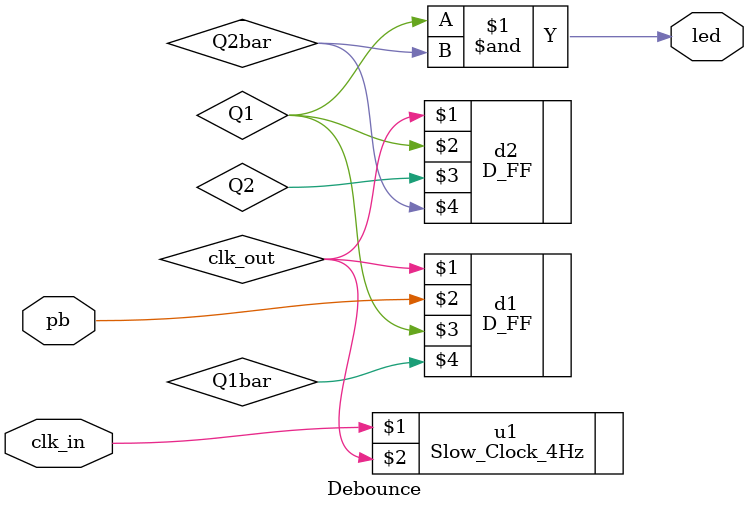
<source format=v>
`timescale 1ns / 1ps
module Debounce(
input clk_in,
input pb,
output led);
wire clk_out;
wire Q1, Q2, Q1bar, Q2bar;
Slow_Clock_4Hz u1 (clk_in, clk_out);
D_FF d1 (clk_out, pb, Q1, Q1bar);
D_FF d2 (clk_out, Q1, Q2, Q2bar);
assign led = Q1 & Q2bar;
endmodule
</source>
